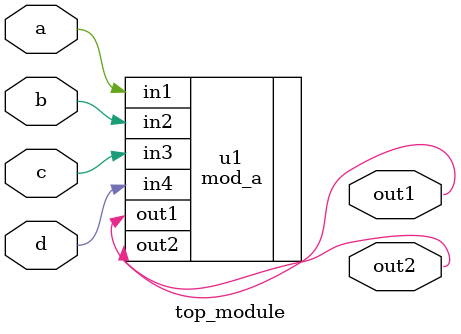
<source format=v>
module top_module (
    input a,
    input b,
    input c,
    input d,
    output out1,
    output out2
);

    mod_a u1(
        .out1 (out1),
        .out2 (out2),
        .in1  (a),
        .in2  (b),
        .in3  (c),
        .in4  (d)
    );

endmodule
// there is a module mod_a(output out1, output out2, input in1, input in2, input in3,
// input in4);

</source>
